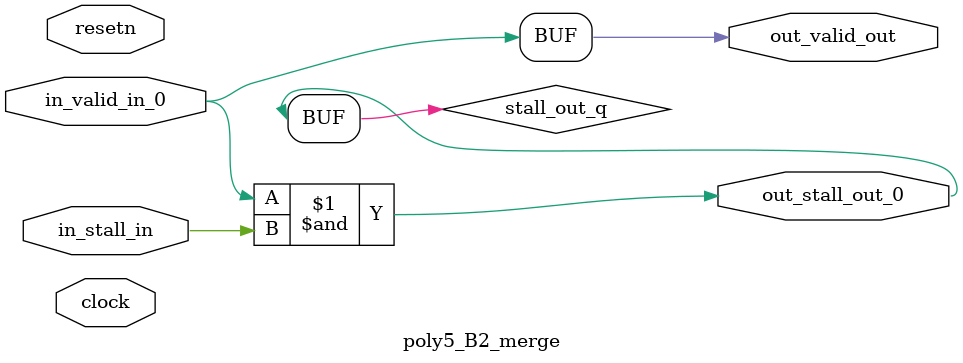
<source format=sv>



(* altera_attribute = "-name AUTO_SHIFT_REGISTER_RECOGNITION OFF; -name MESSAGE_DISABLE 10036; -name MESSAGE_DISABLE 10037; -name MESSAGE_DISABLE 14130; -name MESSAGE_DISABLE 14320; -name MESSAGE_DISABLE 15400; -name MESSAGE_DISABLE 14130; -name MESSAGE_DISABLE 10036; -name MESSAGE_DISABLE 12020; -name MESSAGE_DISABLE 12030; -name MESSAGE_DISABLE 12010; -name MESSAGE_DISABLE 12110; -name MESSAGE_DISABLE 14320; -name MESSAGE_DISABLE 13410; -name MESSAGE_DISABLE 113007; -name MESSAGE_DISABLE 10958" *)
module poly5_B2_merge (
    input wire [0:0] in_stall_in,
    input wire [0:0] in_valid_in_0,
    output wire [0:0] out_stall_out_0,
    output wire [0:0] out_valid_out,
    input wire clock,
    input wire resetn
    );

    wire [0:0] stall_out_q;


    // stall_out(LOGICAL,6)
    assign stall_out_q = in_valid_in_0 & in_stall_in;

    // out_stall_out_0(GPOUT,4)
    assign out_stall_out_0 = stall_out_q;

    // out_valid_out(GPOUT,5)
    assign out_valid_out = in_valid_in_0;

endmodule

</source>
